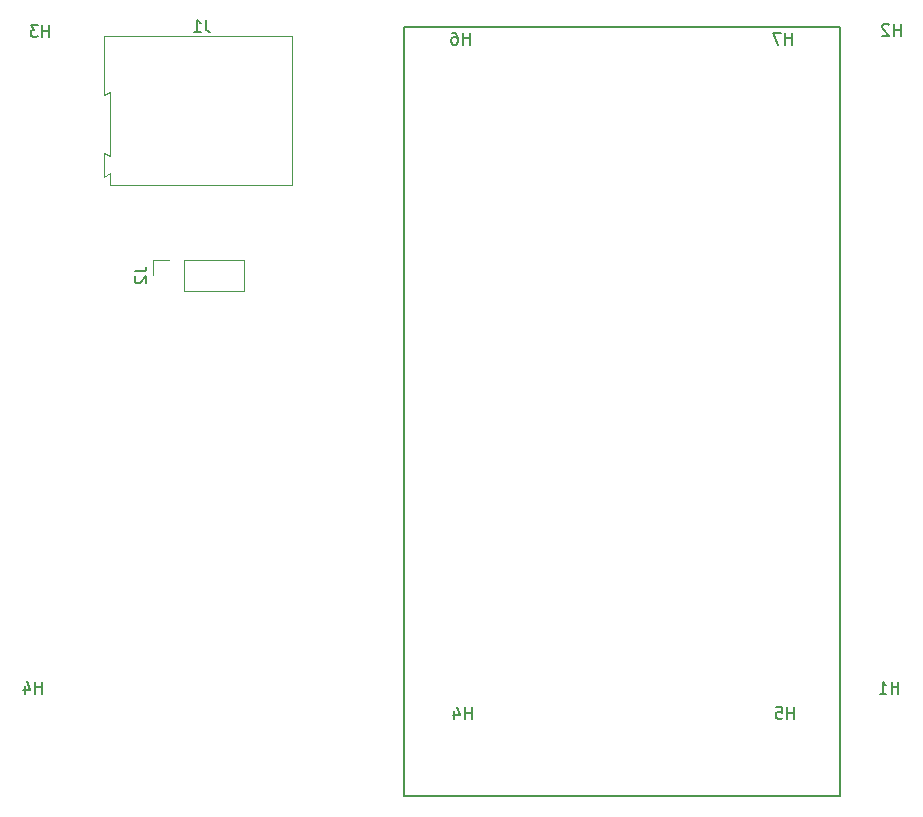
<source format=gbr>
%TF.GenerationSoftware,KiCad,Pcbnew,6.0.11+dfsg-1*%
%TF.CreationDate,2023-05-11T08:25:38-05:00*%
%TF.ProjectId,lights_control_v3,6c696768-7473-45f6-936f-6e74726f6c5f,rev?*%
%TF.SameCoordinates,Original*%
%TF.FileFunction,Legend,Bot*%
%TF.FilePolarity,Positive*%
%FSLAX46Y46*%
G04 Gerber Fmt 4.6, Leading zero omitted, Abs format (unit mm)*
G04 Created by KiCad (PCBNEW 6.0.11+dfsg-1) date 2023-05-11 08:25:38*
%MOMM*%
%LPD*%
G01*
G04 APERTURE LIST*
%ADD10C,0.200000*%
%ADD11C,0.150000*%
%ADD12C,0.120000*%
G04 APERTURE END LIST*
D10*
X128350000Y-110500000D02*
X165200000Y-110500000D01*
X165200000Y-110500000D02*
X165200000Y-45350000D01*
X165200000Y-45350000D02*
X128350000Y-45350000D01*
X128350000Y-45350000D02*
X128350000Y-110500000D01*
D11*
%TO.C,H4*%
X134061904Y-103952380D02*
X134061904Y-102952380D01*
X134061904Y-103428571D02*
X133490476Y-103428571D01*
X133490476Y-103952380D02*
X133490476Y-102952380D01*
X132585714Y-103285714D02*
X132585714Y-103952380D01*
X132823809Y-102904761D02*
X133061904Y-103619047D01*
X132442857Y-103619047D01*
%TO.C,H5*%
X161341904Y-103952380D02*
X161341904Y-102952380D01*
X161341904Y-103428571D02*
X160770476Y-103428571D01*
X160770476Y-103952380D02*
X160770476Y-102952380D01*
X159818095Y-102952380D02*
X160294285Y-102952380D01*
X160341904Y-103428571D01*
X160294285Y-103380952D01*
X160199047Y-103333333D01*
X159960952Y-103333333D01*
X159865714Y-103380952D01*
X159818095Y-103428571D01*
X159770476Y-103523809D01*
X159770476Y-103761904D01*
X159818095Y-103857142D01*
X159865714Y-103904761D01*
X159960952Y-103952380D01*
X160199047Y-103952380D01*
X160294285Y-103904761D01*
X160341904Y-103857142D01*
%TO.C,H7*%
X161141904Y-46852380D02*
X161141904Y-45852380D01*
X161141904Y-46328571D02*
X160570476Y-46328571D01*
X160570476Y-46852380D02*
X160570476Y-45852380D01*
X160189523Y-45852380D02*
X159522857Y-45852380D01*
X159951428Y-46852380D01*
%TO.C,H6*%
X133861904Y-46852380D02*
X133861904Y-45852380D01*
X133861904Y-46328571D02*
X133290476Y-46328571D01*
X133290476Y-46852380D02*
X133290476Y-45852380D01*
X132385714Y-45852380D02*
X132576190Y-45852380D01*
X132671428Y-45900000D01*
X132719047Y-45947619D01*
X132814285Y-46090476D01*
X132861904Y-46280952D01*
X132861904Y-46661904D01*
X132814285Y-46757142D01*
X132766666Y-46804761D01*
X132671428Y-46852380D01*
X132480952Y-46852380D01*
X132385714Y-46804761D01*
X132338095Y-46757142D01*
X132290476Y-46661904D01*
X132290476Y-46423809D01*
X132338095Y-46328571D01*
X132385714Y-46280952D01*
X132480952Y-46233333D01*
X132671428Y-46233333D01*
X132766666Y-46280952D01*
X132814285Y-46328571D01*
X132861904Y-46423809D01*
%TO.C,J2*%
X105502380Y-66056666D02*
X106216666Y-66056666D01*
X106359523Y-66009047D01*
X106454761Y-65913809D01*
X106502380Y-65770952D01*
X106502380Y-65675714D01*
X105597619Y-66485238D02*
X105550000Y-66532857D01*
X105502380Y-66628095D01*
X105502380Y-66866190D01*
X105550000Y-66961428D01*
X105597619Y-67009047D01*
X105692857Y-67056666D01*
X105788095Y-67056666D01*
X105930952Y-67009047D01*
X106502380Y-66437619D01*
X106502380Y-67056666D01*
%TO.C,J1*%
X111533333Y-44752380D02*
X111533333Y-45466666D01*
X111580952Y-45609523D01*
X111676190Y-45704761D01*
X111819047Y-45752380D01*
X111914285Y-45752380D01*
X110533333Y-45752380D02*
X111104761Y-45752380D01*
X110819047Y-45752380D02*
X110819047Y-44752380D01*
X110914285Y-44895238D01*
X111009523Y-44990476D01*
X111104761Y-45038095D01*
%TO.C,H4*%
X97661904Y-101802380D02*
X97661904Y-100802380D01*
X97661904Y-101278571D02*
X97090476Y-101278571D01*
X97090476Y-101802380D02*
X97090476Y-100802380D01*
X96185714Y-101135714D02*
X96185714Y-101802380D01*
X96423809Y-100754761D02*
X96661904Y-101469047D01*
X96042857Y-101469047D01*
%TO.C,H3*%
X98261904Y-46202380D02*
X98261904Y-45202380D01*
X98261904Y-45678571D02*
X97690476Y-45678571D01*
X97690476Y-46202380D02*
X97690476Y-45202380D01*
X97309523Y-45202380D02*
X96690476Y-45202380D01*
X97023809Y-45583333D01*
X96880952Y-45583333D01*
X96785714Y-45630952D01*
X96738095Y-45678571D01*
X96690476Y-45773809D01*
X96690476Y-46011904D01*
X96738095Y-46107142D01*
X96785714Y-46154761D01*
X96880952Y-46202380D01*
X97166666Y-46202380D01*
X97261904Y-46154761D01*
X97309523Y-46107142D01*
%TO.C,H2*%
X170361904Y-46102380D02*
X170361904Y-45102380D01*
X170361904Y-45578571D02*
X169790476Y-45578571D01*
X169790476Y-46102380D02*
X169790476Y-45102380D01*
X169361904Y-45197619D02*
X169314285Y-45150000D01*
X169219047Y-45102380D01*
X168980952Y-45102380D01*
X168885714Y-45150000D01*
X168838095Y-45197619D01*
X168790476Y-45292857D01*
X168790476Y-45388095D01*
X168838095Y-45530952D01*
X169409523Y-46102380D01*
X168790476Y-46102380D01*
%TO.C,H1*%
X170161904Y-101802380D02*
X170161904Y-100802380D01*
X170161904Y-101278571D02*
X169590476Y-101278571D01*
X169590476Y-101802380D02*
X169590476Y-100802380D01*
X168590476Y-101802380D02*
X169161904Y-101802380D01*
X168876190Y-101802380D02*
X168876190Y-100802380D01*
X168971428Y-100945238D01*
X169066666Y-101040476D01*
X169161904Y-101088095D01*
D12*
%TO.C,J2*%
X109650000Y-65060000D02*
X109650000Y-67720000D01*
X107050000Y-65060000D02*
X107050000Y-66390000D01*
X109650000Y-67720000D02*
X114790000Y-67720000D01*
X108380000Y-65060000D02*
X107050000Y-65060000D01*
X109650000Y-65060000D02*
X114790000Y-65060000D01*
X114790000Y-65060000D02*
X114790000Y-67720000D01*
%TO.C,J1*%
X102950000Y-56050000D02*
X103450000Y-56300000D01*
X102950000Y-51150000D02*
X102950000Y-46100000D01*
X103450000Y-56300000D02*
X103450000Y-50900000D01*
X103450000Y-57750000D02*
X102950000Y-58050000D01*
X118850000Y-46100000D02*
X118850000Y-58700000D01*
X103450000Y-50900000D02*
X102950000Y-51150000D01*
X102950000Y-46100000D02*
X118850000Y-46100000D01*
X118850000Y-58700000D02*
X103450000Y-58700000D01*
X102950000Y-58050000D02*
X102950000Y-56050000D01*
X103450000Y-58700000D02*
X103450000Y-57750000D01*
%TD*%
M02*

</source>
